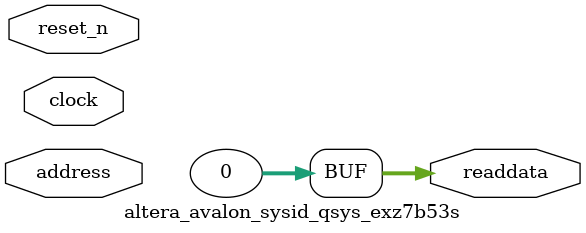
<source format=v>

`timescale 1ns / 1ps
// synthesis translate_on

// turn off superfluous verilog processor warnings 
// altera message_level Level1 
// altera message_off 10034 10035 10036 10037 10230 10240 10030 

module altera_avalon_sysid_qsys_exz7b53s (
               // inputs:
                address,
                clock,
                reset_n,

               // outputs:
                readdata
             )
;

  output  [ 31: 0] readdata;
  input            address;
  input            clock;
  input            reset_n;

  wire    [ 31: 0] readdata;
  //control_slave, which is an e_avalon_slave
  assign readdata = address ? 0 : 0;

endmodule




</source>
